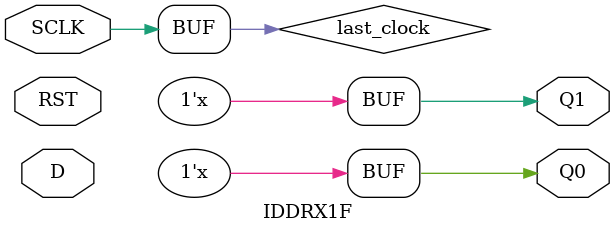
<source format=v>
`timescale 1ns/1ps
module IDDRX1F(/*AUTOARG*/
    // Outputs
    Q0, Q1,
    // Inputs
    D, SCLK, RST
    );
    input D, SCLK, RST;
    output reg Q0, Q1;
    initial
      {Q0, Q1} = 2'b0;

    reg [1:0] pipe_1;

    parameter GSR = "ENABLED";
    wire   gsr, pur;
    gsr_pur_assign gsr_inst(gsr, pur);
    reg   sr;
    always @(*)
      if(GSR == "ENABLED")
	sr = !(gsr && pur);
      else
	sr = !pur;
    wire  rst_internal = RST || sr;

    reg   last_clock;
    always @(SCLK)
      last_clock <= SCLK;

    
    always @(SCLK or rst_internal) begin
	if(rst_internal == 1'b1) begin
	    pipe_1 <= 2'b0;
	end
	else if(SCLK === 1'b1 && last_clock === 1'b0) begin
	    pipe_1[0] <= D;
	    {Q1, Q0} <= pipe_1;
	end
	
	else if(SCLK === 1'b0 && last_clock === 1'b1)
	  pipe_1[1] <= D;
    end // always @ (SCLK or rst_internal)
    
      
      
endmodule // IDDRX1F

</source>
